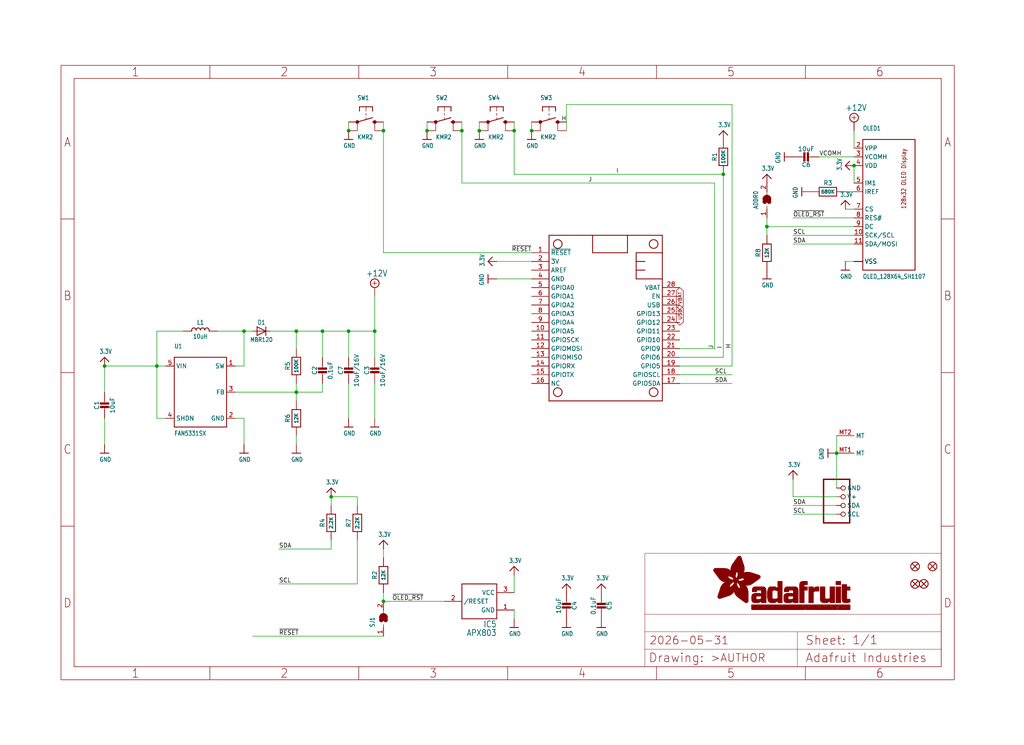
<source format=kicad_sch>
(kicad_sch (version 20230121) (generator eeschema)
  (paper "User" 298.45 217.17)
  (lib_symbols
    (symbol "Adafruit 128x64 OLED FeatherWing-eagle-import:+12V" (power)
      (property "Value" "+12V" (at -2.54 3.175 0))
      (symbol "+12V_1_0"
        (pin power_in line (at 0 -2.54 90) (length 2.54) (name "+12V") (number "1"))
      )
    )
    (symbol "Adafruit 128x64 OLED FeatherWing-eagle-import:3.3V" (power)
      (property "Value" "3.3V" (at -1.524 1.016 0))
      (symbol "3.3V_1_0"
        (pin power_in line (at 0 -2.54 90) (length 2.54) (name "3.3V") (number "1"))
      )
    )
    (symbol "Adafruit 128x64 OLED FeatherWing-eagle-import:AXP083-SAG"
      (property "Reference" "IC" (at -5.08 -7.62 0))
      (symbol "AXP083-SAG_1_0"
        (pin power_in line (at -10.16 -2.54 0) (length 5.08) (name "GND") (number "1"))
        (pin output line (at 10.16 0 180) (length 5.08) (name "/RESET") (number "2"))
        (pin power_in line (at -10.16 2.54 0) (length 5.08) (name "VCC") (number "3"))
      )
    )
    (symbol "Adafruit 128x64 OLED FeatherWing-eagle-import:CAP_CERAMIC0603_NO"
      (property "Reference" "C" (at -2.29 1.25 90))
      (symbol "CAP_CERAMIC0603_NO_1_0"
        (pin passive line (at 0 5.08 270) (length 2.54) (name "1") (number "1"))
        (pin passive line (at 0 -2.54 90) (length 2.54) (name "2") (number "2"))
      )
    )
    (symbol "Adafruit 128x64 OLED FeatherWing-eagle-import:CAP_CERAMIC0805-NOOUTLINE"
      (property "Reference" "C" (at -2.29 1.25 90))
      (symbol "CAP_CERAMIC0805-NOOUTLINE_1_0"
        (pin passive line (at 0 5.08 270) (length 2.54) (name "1") (number "1"))
        (pin passive line (at 0 -2.54 90) (length 2.54) (name "2") (number "2"))
      )
    )
    (symbol "Adafruit 128x64 OLED FeatherWing-eagle-import:DIODESOD-123"
      (property "Reference" "D" (at 0 2.54 0))
      (symbol "DIODESOD-123_1_0"
        (pin passive line (at -2.54 0 0) (length 2.54) (name "A") (number "A"))
        (pin passive line (at 2.54 0 180) (length 2.54) (name "C") (number "C"))
      )
    )
    (symbol "Adafruit 128x64 OLED FeatherWing-eagle-import:FEATHERWING_NODIM"
      (symbol "FEATHERWING_NODIM_1_0"
        (pin input line (at 5.08 -5.08 90) (length 5.08) (name "~{RESET}") (number "1"))
        (pin bidirectional line (at 27.94 -5.08 90) (length 5.08) (name "GPIOA5") (number "10"))
        (pin bidirectional line (at 30.48 -5.08 90) (length 5.08) (name "GPIOSCK") (number "11"))
        (pin bidirectional line (at 33.02 -5.08 90) (length 5.08) (name "GPIOMOSI") (number "12"))
        (pin bidirectional line (at 35.56 -5.08 90) (length 5.08) (name "GPIOMISO") (number "13"))
        (pin bidirectional line (at 38.1 -5.08 90) (length 5.08) (name "GPIORX") (number "14"))
        (pin bidirectional line (at 40.64 -5.08 90) (length 5.08) (name "GPIOTX") (number "15"))
        (pin passive line (at 43.18 -5.08 90) (length 5.08) (name "NC") (number "16"))
        (pin bidirectional line (at 43.18 38.1 270) (length 5.08) (name "GPIOSDA") (number "17"))
        (pin bidirectional line (at 40.64 38.1 270) (length 5.08) (name "GPIOSCL") (number "18"))
        (pin bidirectional line (at 38.1 38.1 270) (length 5.08) (name "GPIO5") (number "19"))
        (pin power_in line (at 7.62 -5.08 90) (length 5.08) (name "3V") (number "2"))
        (pin bidirectional line (at 35.56 38.1 270) (length 5.08) (name "GPIO6") (number "20"))
        (pin bidirectional line (at 33.02 38.1 270) (length 5.08) (name "GPIO9") (number "21"))
        (pin bidirectional line (at 30.48 38.1 270) (length 5.08) (name "GPIO10") (number "22"))
        (pin bidirectional line (at 27.94 38.1 270) (length 5.08) (name "GPIO11") (number "23"))
        (pin bidirectional line (at 25.4 38.1 270) (length 5.08) (name "GPIO12") (number "24"))
        (pin bidirectional line (at 22.86 38.1 270) (length 5.08) (name "GPIO13") (number "25"))
        (pin power_in line (at 20.32 38.1 270) (length 5.08) (name "USB") (number "26"))
        (pin passive line (at 17.78 38.1 270) (length 5.08) (name "EN") (number "27"))
        (pin power_in line (at 15.24 38.1 270) (length 5.08) (name "VBAT") (number "28"))
        (pin passive line (at 10.16 -5.08 90) (length 5.08) (name "AREF") (number "3"))
        (pin power_in line (at 12.7 -5.08 90) (length 5.08) (name "GND") (number "4"))
        (pin bidirectional line (at 15.24 -5.08 90) (length 5.08) (name "GPIOA0") (number "5"))
        (pin bidirectional line (at 17.78 -5.08 90) (length 5.08) (name "GPIOA1") (number "6"))
        (pin bidirectional line (at 20.32 -5.08 90) (length 5.08) (name "GPIOA2") (number "7"))
        (pin bidirectional line (at 22.86 -5.08 90) (length 5.08) (name "GPIOA3") (number "8"))
        (pin bidirectional line (at 25.4 -5.08 90) (length 5.08) (name "GPIOA4") (number "9"))
      )
    )
    (symbol "Adafruit 128x64 OLED FeatherWing-eagle-import:FIDUCIAL_1MM")
    (symbol "Adafruit 128x64 OLED FeatherWing-eagle-import:FRAME_A4_ADAFRUIT"
      (symbol "FRAME_A4_ADAFRUIT_1_0"
        (text "${#}/${##}" (at 230.505 10.16 0) (effects (font (size 2.54 2.54)) (justify left bottom)))
        (text "${CURRENT_DATE}" (at 171.45 10.16 0) (effects (font (size 2.286 2.286)) (justify left bottom)))
        (text "${PROJECTNAME}" (at 171.45 15.24 0) (effects (font (size 2.54 2.54)) (justify left bottom)))
        (text "1" (at 21.6958 1.905 0) (effects (font (size 2.54 2.286))))
        (text "1" (at 21.6958 177.165 0) (effects (font (size 2.54 2.286))))
        (text "2" (at 65.0875 1.905 0) (effects (font (size 2.54 2.286))))
        (text "2" (at 65.0875 177.165 0) (effects (font (size 2.54 2.286))))
        (text "3" (at 108.4792 1.905 0) (effects (font (size 2.54 2.286))))
        (text "3" (at 108.4792 177.165 0) (effects (font (size 2.54 2.286))))
        (text "4" (at 151.8708 1.905 0) (effects (font (size 2.54 2.286))))
        (text "4" (at 151.8708 177.165 0) (effects (font (size 2.54 2.286))))
        (text "5" (at 195.2625 1.905 0) (effects (font (size 2.54 2.286))))
        (text "5" (at 195.2625 177.165 0) (effects (font (size 2.54 2.286))))
        (text "6" (at 238.6542 1.905 0) (effects (font (size 2.54 2.286))))
        (text "6" (at 238.6542 177.165 0) (effects (font (size 2.54 2.286))))
        (text ">AUTHOR" (at 189.23 5.08 0) (effects (font (size 2.286 2.286)) (justify left bottom)))
        (text "A" (at 1.905 156.6863 0) (effects (font (size 2.54 2.286))))
        (text "A" (at 258.445 156.6863 0) (effects (font (size 2.54 2.286))))
        (text "Adafruit Industries" (at 216.916 4.953 0) (effects (font (size 2.54 2.54)) (justify left bottom)))
        (text "B" (at 1.905 111.9188 0) (effects (font (size 2.54 2.286))))
        (text "B" (at 258.445 111.9188 0) (effects (font (size 2.54 2.286))))
        (text "C" (at 1.905 67.1513 0) (effects (font (size 2.54 2.286))))
        (text "C" (at 258.445 67.1513 0) (effects (font (size 2.54 2.286))))
        (text "D" (at 1.905 22.3838 0) (effects (font (size 2.54 2.286))))
        (text "D" (at 258.445 22.3838 0) (effects (font (size 2.54 2.286))))
        (text "Drawing:" (at 171.196 4.953 0) (effects (font (size 2.54 2.54)) (justify left bottom)))
        (text "Sheet:" (at 216.916 10.033 0) (effects (font (size 2.54 2.54)) (justify left bottom)))
      )
    )
    (symbol "Adafruit 128x64 OLED FeatherWing-eagle-import:GND" (power)
      (property "Value" "GND" (at -1.524 -2.54 0))
      (symbol "GND_1_0"
        (pin power_in line (at 0 2.54 270) (length 2.54) (name "GND") (number "1"))
      )
    )
    (symbol "Adafruit 128x64 OLED FeatherWing-eagle-import:INDUCTOR"
      (property "Reference" "L" (at 0 2.54 0))
      (symbol "INDUCTOR_1_0"
        (pin passive line (at -5.08 0 0) (length 2.54) (name "1") (number "P$1"))
        (pin passive line (at 5.08 0 180) (length 2.54) (name "2") (number "P$2"))
      )
    )
    (symbol "Adafruit 128x64 OLED FeatherWing-eagle-import:OLED_128X64_SH1107"
      (property "Reference" "OLED" (at -7.62 22.86 0))
      (symbol "OLED_128X64_SH1107_1_0"
        (text "128x32 OLED Display" (at 5.08 0 900) (effects (font (size 1.27 1.0795)) (justify left bottom)))
        (pin power_in line (at -10.16 -15.24 0) (length 2.54) (name "VSS") (number "1"))
        (pin input line (at -10.16 -7.62 0) (length 2.54) (name "SCK/SCL") (number "10"))
        (pin input line (at -10.16 -10.16 0) (length 2.54) (name "SDA/MOSI") (number "11"))
        (pin power_in line (at -10.16 -15.24 0) (length 2.54) (name "VSS") (number "12"))
        (pin power_in line (at -10.16 -15.24 0) (length 2.54) (name "VSS") (number "13"))
        (pin power_in line (at -10.16 17.78 0) (length 2.54) (name "VPP") (number "2"))
        (pin power_in line (at -10.16 15.24 0) (length 2.54) (name "VCOMH") (number "3"))
        (pin power_in line (at -10.16 12.7 0) (length 2.54) (name "VDD") (number "4"))
        (pin input line (at -10.16 7.62 0) (length 2.54) (name "IM1") (number "5"))
        (pin bidirectional line (at -10.16 5.08 0) (length 2.54) (name "IREF") (number "6"))
        (pin input line (at -10.16 0 0) (length 2.54) (name "CS") (number "7"))
        (pin input line (at -10.16 -2.54 0) (length 2.54) (name "RES#") (number "8"))
        (pin input line (at -10.16 -5.08 0) (length 2.54) (name "DC") (number "9"))
      )
    )
    (symbol "Adafruit 128x64 OLED FeatherWing-eagle-import:RESISTOR_0603_NOOUT"
      (property "Reference" "R" (at 0 2.54 0))
      (symbol "RESISTOR_0603_NOOUT_1_0"
        (pin passive line (at -5.08 0 0) (length 2.54) (name "1") (number "1"))
        (pin passive line (at 5.08 0 180) (length 2.54) (name "2") (number "2"))
      )
    )
    (symbol "Adafruit 128x64 OLED FeatherWing-eagle-import:SOLDERJUMPER"
      (property "Reference" "SJ" (at -2.54 2.54 0))
      (symbol "SOLDERJUMPER_1_0"
        (pin passive line (at -5.08 0 0) (length 2.54) (name "1") (number "1"))
        (pin passive line (at 5.08 0 180) (length 2.54) (name "2") (number "2"))
      )
    )
    (symbol "Adafruit 128x64 OLED FeatherWing-eagle-import:SOLDERJUMPERCLOSED"
      (property "Reference" "SJ" (at -2.54 2.54 0))
      (symbol "SOLDERJUMPERCLOSED_1_0"
        (pin passive line (at -5.08 0 0) (length 2.54) (name "1") (number "1"))
        (pin passive line (at 5.08 0 180) (length 2.54) (name "2") (number "2"))
      )
    )
    (symbol "Adafruit 128x64 OLED FeatherWing-eagle-import:STEMMA_I2C_QT"
      (symbol "STEMMA_I2C_QT_1_0"
        (pin passive inverted (at 0 5.08 0) (length 2.54) (name "GND") (number "1"))
        (pin passive inverted (at 0 2.54 0) (length 2.54) (name "V+") (number "2"))
        (pin passive inverted (at 0 0 0) (length 2.54) (name "SDA") (number "3"))
        (pin passive inverted (at 0 -2.54 0) (length 2.54) (name "SCL") (number "4"))
      )
      (symbol "STEMMA_I2C_QT_2_0"
        (pin bidirectional line (at 0 0 0) (length 5.08) (name "MT") (number "MT1"))
      )
      (symbol "STEMMA_I2C_QT_3_0"
        (pin bidirectional line (at 0 0 0) (length 5.08) (name "MT") (number "MT2"))
      )
    )
    (symbol "Adafruit 128x64 OLED FeatherWing-eagle-import:SWITCH_TACT_SMT4.6X2.8"
      (property "Reference" "SW" (at -2.54 6.35 0))
      (symbol "SWITCH_TACT_SMT4.6X2.8_1_0"
        (pin passive line (at -5.08 0 0) (length 2.54) (name "P") (number "A"))
        (pin passive line (at -5.08 -2.54 0) (length 2.54) (name "P1") (number "A'"))
        (pin passive line (at 5.08 0 180) (length 2.54) (name "S") (number "B"))
        (pin passive line (at 5.08 -2.54 180) (length 2.54) (name "S1") (number "B'"))
      )
    )
    (symbol "Adafruit 128x64 OLED FeatherWing-eagle-import:VREG_FAN5331"
      (property "Reference" "U" (at -7.62 12.7 0))
      (symbol "VREG_FAN5331_1_0"
        (pin bidirectional line (at 10.16 7.62 180) (length 2.54) (name "SW") (number "1"))
        (pin bidirectional line (at 10.16 -7.62 180) (length 2.54) (name "GND") (number "2"))
        (pin bidirectional line (at 10.16 0 180) (length 2.54) (name "FB") (number "3"))
        (pin bidirectional line (at -10.16 -7.62 0) (length 2.54) (name "SHDN") (number "4"))
        (pin bidirectional line (at -10.16 7.62 0) (length 2.54) (name "VIN") (number "5"))
      )
    )
  )
  (junction (at 101.6 96.52))
  (junction (at 111.76 175.26))
  (junction (at 71.12 96.52))
  (junction (at 134.62 38.1))
  (junction (at 124.46 38.1))
  (junction (at 154.94 38.1))
  (junction (at 149.86 38.1))
  (junction (at 223.52 66.04))
  (junction (at 86.36 96.52))
  (junction (at 93.98 96.52))
  (junction (at 248.92 48.26))
  (junction (at 101.6 38.1))
  (junction (at 86.36 114.3))
  (junction (at 210.82 50.8))
  (junction (at 109.22 96.52))
  (junction (at 139.7 38.1))
  (junction (at 45.72 106.68))
  (junction (at 96.52 144.78))
  (junction (at 30.48 106.68))
  (junction (at 111.76 38.1))
  (junction (at 243.84 132.08))
  (wire (pts (xy 86.36 96.52) (xy 86.36 101.6)) (stroke (width 0.1524)))
  (wire (pts (xy 198.12 111.76) (xy 213.36 111.76)) (stroke (width 0.1524)))
  (wire (pts (xy 45.72 96.52) (xy 53.34 96.52)) (stroke (width 0.1524)))
  (wire (pts (xy 93.98 104.14) (xy 93.98 96.52)) (stroke (width 0.1524)))
  (wire (pts (xy 231.14 68.58) (xy 248.92 68.58)) (stroke (width 0.1524)))
  (wire (pts (xy 45.72 106.68) (xy 45.72 96.52)) (stroke (width 0.1524)))
  (wire (pts (xy 238.76 45.72) (xy 248.92 45.72)) (stroke (width 0.1524)))
  (wire (pts (xy 198.12 109.22) (xy 213.36 109.22)) (stroke (width 0.1524)))
  (wire (pts (xy 248.92 38.1) (xy 248.92 43.18)) (stroke (width 0.1524)))
  (wire (pts (xy 243.84 132.08) (xy 243.84 142.24)) (stroke (width 0.1524)))
  (wire (pts (xy 45.72 121.92) (xy 45.72 106.68)) (stroke (width 0.1524)))
  (wire (pts (xy 111.76 35.56) (xy 111.76 38.1)) (stroke (width 0.1524)))
  (wire (pts (xy 223.52 66.04) (xy 248.92 66.04)) (stroke (width 0.1524)))
  (wire (pts (xy 93.98 114.3) (xy 93.98 111.76)) (stroke (width 0.1524)))
  (wire (pts (xy 134.62 53.34) (xy 208.28 53.34)) (stroke (width 0.1524)))
  (wire (pts (xy 101.6 96.52) (xy 109.22 96.52)) (stroke (width 0.1524)))
  (wire (pts (xy 109.22 96.52) (xy 109.22 86.36)) (stroke (width 0.1524)))
  (wire (pts (xy 154.94 35.56) (xy 154.94 38.1)) (stroke (width 0.1524)))
  (wire (pts (xy 144.78 76.2) (xy 154.94 76.2)) (stroke (width 0.1524)))
  (wire (pts (xy 165.1 30.48) (xy 165.1 38.1)) (stroke (width 0.1524)))
  (wire (pts (xy 96.52 160.02) (xy 81.28 160.02)) (stroke (width 0.1524)))
  (wire (pts (xy 86.36 114.3) (xy 86.36 111.76)) (stroke (width 0.1524)))
  (wire (pts (xy 111.76 38.1) (xy 111.76 73.66)) (stroke (width 0.1524)))
  (wire (pts (xy 63.5 96.52) (xy 71.12 96.52)) (stroke (width 0.1524)))
  (wire (pts (xy 231.14 63.5) (xy 248.92 63.5)) (stroke (width 0.1524)))
  (wire (pts (xy 210.82 50.8) (xy 210.82 104.14)) (stroke (width 0.1524)))
  (wire (pts (xy 248.92 71.12) (xy 231.14 71.12)) (stroke (width 0.1524)))
  (wire (pts (xy 93.98 96.52) (xy 101.6 96.52)) (stroke (width 0.1524)))
  (wire (pts (xy 139.7 35.56) (xy 139.7 38.1)) (stroke (width 0.1524)))
  (wire (pts (xy 198.12 104.14) (xy 210.82 104.14)) (stroke (width 0.1524)))
  (wire (pts (xy 71.12 106.68) (xy 68.58 106.68)) (stroke (width 0.1524)))
  (wire (pts (xy 68.58 114.3) (xy 86.36 114.3)) (stroke (width 0.1524)))
  (wire (pts (xy 246.38 76.2) (xy 248.92 76.2)) (stroke (width 0.1524)))
  (wire (pts (xy 213.36 30.48) (xy 213.36 106.68)) (stroke (width 0.1524)))
  (wire (pts (xy 149.86 50.8) (xy 210.82 50.8)) (stroke (width 0.1524)))
  (wire (pts (xy 109.22 96.52) (xy 109.22 104.14)) (stroke (width 0.1524)))
  (wire (pts (xy 198.12 106.68) (xy 213.36 106.68)) (stroke (width 0.1524)))
  (wire (pts (xy 198.12 101.6) (xy 208.28 101.6)) (stroke (width 0.1524)))
  (wire (pts (xy 111.76 73.66) (xy 154.94 73.66)) (stroke (width 0.1524)))
  (wire (pts (xy 104.14 157.48) (xy 104.14 170.18)) (stroke (width 0.1524)))
  (wire (pts (xy 246.38 55.88) (xy 248.92 55.88)) (stroke (width 0.1524)))
  (wire (pts (xy 243.84 144.78) (xy 231.14 144.78)) (stroke (width 0.1524)))
  (wire (pts (xy 30.48 106.68) (xy 30.48 114.3)) (stroke (width 0.1524)))
  (wire (pts (xy 71.12 96.52) (xy 71.12 106.68)) (stroke (width 0.1524)))
  (wire (pts (xy 104.14 147.32) (xy 104.14 144.78)) (stroke (width 0.1524)))
  (wire (pts (xy 231.14 149.86) (xy 243.84 149.86)) (stroke (width 0.1524)))
  (wire (pts (xy 223.52 63.5) (xy 223.52 66.04)) (stroke (width 0.1524)))
  (wire (pts (xy 124.46 35.56) (xy 124.46 38.1)) (stroke (width 0.1524)))
  (wire (pts (xy 208.28 53.34) (xy 208.28 101.6)) (stroke (width 0.1524)))
  (wire (pts (xy 165.1 30.48) (xy 213.36 30.48)) (stroke (width 0.1524)))
  (wire (pts (xy 71.12 121.92) (xy 71.12 129.54)) (stroke (width 0.1524)))
  (wire (pts (xy 101.6 121.92) (xy 101.6 111.76)) (stroke (width 0.1524)))
  (wire (pts (xy 109.22 111.76) (xy 109.22 121.92)) (stroke (width 0.1524)))
  (wire (pts (xy 111.76 185.42) (xy 73.66 185.42)) (stroke (width 0.1524)))
  (wire (pts (xy 71.12 96.52) (xy 73.66 96.52)) (stroke (width 0.1524)))
  (wire (pts (xy 149.86 177.8) (xy 149.86 180.34)) (stroke (width 0.1524)))
  (wire (pts (xy 231.14 144.78) (xy 231.14 139.7)) (stroke (width 0.1524)))
  (wire (pts (xy 101.6 96.52) (xy 101.6 104.14)) (stroke (width 0.1524)))
  (wire (pts (xy 243.84 127) (xy 243.84 132.08)) (stroke (width 0.1524)))
  (wire (pts (xy 30.48 121.92) (xy 30.48 129.54)) (stroke (width 0.1524)))
  (wire (pts (xy 86.36 127) (xy 86.36 129.54)) (stroke (width 0.1524)))
  (wire (pts (xy 149.86 35.56) (xy 149.86 38.1)) (stroke (width 0.1524)))
  (wire (pts (xy 149.86 38.1) (xy 149.86 50.8)) (stroke (width 0.1524)))
  (wire (pts (xy 86.36 116.84) (xy 86.36 114.3)) (stroke (width 0.1524)))
  (wire (pts (xy 45.72 106.68) (xy 30.48 106.68)) (stroke (width 0.1524)))
  (wire (pts (xy 111.76 162.56) (xy 111.76 160.02)) (stroke (width 0.1524)))
  (wire (pts (xy 111.76 175.26) (xy 111.76 172.72)) (stroke (width 0.1524)))
  (wire (pts (xy 129.54 175.26) (xy 111.76 175.26)) (stroke (width 0.1524)))
  (wire (pts (xy 86.36 114.3) (xy 93.98 114.3)) (stroke (width 0.1524)))
  (wire (pts (xy 48.26 121.92) (xy 45.72 121.92)) (stroke (width 0.1524)))
  (wire (pts (xy 68.58 121.92) (xy 71.12 121.92)) (stroke (width 0.1524)))
  (wire (pts (xy 78.74 96.52) (xy 86.36 96.52)) (stroke (width 0.1524)))
  (wire (pts (xy 149.86 172.72) (xy 149.86 167.64)) (stroke (width 0.1524)))
  (wire (pts (xy 144.78 81.28) (xy 154.94 81.28)) (stroke (width 0.1524)))
  (wire (pts (xy 104.14 170.18) (xy 81.28 170.18)) (stroke (width 0.1524)))
  (wire (pts (xy 246.38 60.96) (xy 248.92 60.96)) (stroke (width 0.1524)))
  (wire (pts (xy 86.36 96.52) (xy 93.98 96.52)) (stroke (width 0.1524)))
  (wire (pts (xy 223.52 66.04) (xy 223.52 68.58)) (stroke (width 0.1524)))
  (wire (pts (xy 104.14 144.78) (xy 96.52 144.78)) (stroke (width 0.1524)))
  (wire (pts (xy 48.26 106.68) (xy 45.72 106.68)) (stroke (width 0.1524)))
  (wire (pts (xy 96.52 147.32) (xy 96.52 144.78)) (stroke (width 0.1524)))
  (wire (pts (xy 134.62 35.56) (xy 134.62 38.1)) (stroke (width 0.1524)))
  (wire (pts (xy 134.62 38.1) (xy 134.62 53.34)) (stroke (width 0.1524)))
  (wire (pts (xy 248.92 48.26) (xy 248.92 53.34)) (stroke (width 0.1524)))
  (wire (pts (xy 243.84 147.32) (xy 231.14 147.32)) (stroke (width 0.1524)))
  (wire (pts (xy 101.6 35.56) (xy 101.6 38.1)) (stroke (width 0.1524)))
  (wire (pts (xy 96.52 160.02) (xy 96.52 157.48)) (stroke (width 0.1524)))
  (label "SDA" (at 231.14 71.12 0) (effects (font (size 1.2446 1.2446))))
  (label "H" (at 213.36 101.6 90) (effects (font (size 1.2446 1.2446))))
  (label "SDA" (at 208.28 111.76 0) (effects (font (size 1.2446 1.2446))))
  (label "J" (at 208.28 101.6 90) (effects (font (size 1.2446 1.2446))))
  (label "I" (at 210.82 101.6 90) (effects (font (size 1.2446 1.2446))))
  (label "SCL" (at 231.14 149.86 0) (effects (font (size 1.2446 1.2446))))
  (label "J" (at 171.45 53.34 0) (effects (font (size 1.2446 1.2446))))
  (label "VCOMH" (at 238.76 45.72 0) (effects (font (size 1.2446 1.2446))))
  (label "I" (at 180.34 50.8 180) (effects (font (size 1.2446 1.2446))))
  (label "SCL" (at 231.14 68.58 0) (effects (font (size 1.2446 1.2446))))
  (label "SCL" (at 81.28 170.18 0) (effects (font (size 1.2446 1.2446))))
  (label "~{OLED_RST}" (at 231.14 63.5 0) (effects (font (size 1.2446 1.2446))))
  (label "SCL" (at 208.28 109.22 0) (effects (font (size 1.2446 1.2446))))
  (label "SDA" (at 81.28 160.02 0) (effects (font (size 1.2446 1.2446))))
  (label "~{OLED_RST}" (at 114.3 175.26 0) (effects (font (size 1.2446 1.2446))))
  (label "~{RESET}" (at 154.94 73.66 180) (effects (font (size 1.2446 1.2446))))
  (label "SDA" (at 231.14 147.32 0) (effects (font (size 1.2446 1.2446))))
  (label "~{RESET}" (at 81.28 185.42 0) (effects (font (size 1.2446 1.2446))))
  (label "H" (at 165.1 35.56 180) (effects (font (size 1.2446 1.2446))))
  (global_label "USB" (shape bidirectional) (at 198.12 88.9 270) (effects (font (size 1.016 1.016))) (property "Intersheetrefs" "${INTERSHEET_REFS}" (effects hide)))
  (global_label "VBAT" (shape bidirectional) (at 198.12 83.82 270) (effects (font (size 1.016 1.016))) (property "Intersheetrefs" "${INTERSHEET_REFS}" (effects hide)))
  (symbol (lib_id "Adafruit 128x64 OLED FeatherWing-eagle-import:3.3V") (at 246.38 58.42 0) (unit 1)
    (property "Reference" "#U$2" (effects hide))
    (property "Value" "3.3V" (at 244.856 57.404 0) (effects (font (size 1.27 1.0795)) (justify left bottom)))
  )
  (symbol (lib_id "Adafruit 128x64 OLED FeatherWing-eagle-import:VREG_FAN5331") (at 58.42 114.3 0) (unit 1)
    (property "Reference" "U1" (at 50.8 101.6 0) (effects (font (size 1.27 1.0795)) (justify left bottom)))
    (property "Value" "FAN5331SX" (at 50.8 127 0) (effects (font (size 1.27 1.0795)) (justify left bottom)))
    (property "Footprint" "Adafruit 128x64 OLED FeatherWing:SOT23-5" (effects hide))
  )
  (symbol (lib_id "Adafruit 128x64 OLED FeatherWing-eagle-import:RESISTOR_0603_NOOUT") (at 96.52 152.4 90) (unit 1)
    (property "Reference" "R4" (at 93.98 152.4 0))
    (property "Value" "2.2K" (at 96.52 152.4 0) (effects (font (size 1.016 1.016) bold)))
    (property "Footprint" "Adafruit 128x64 OLED FeatherWing:0603-NO" (effects hide))
  )
  (symbol (lib_id "Adafruit 128x64 OLED FeatherWing-eagle-import:GND") (at 228.6 45.72 270) (unit 1)
    (property "Reference" "#U$20" (effects hide))
    (property "Value" "GND" (at 226.06 44.196 0) (effects (font (size 1.27 1.0795)) (justify left bottom)))
  )
  (symbol (lib_id "Adafruit 128x64 OLED FeatherWing-eagle-import:RESISTOR_0603_NOOUT") (at 111.76 167.64 90) (unit 1)
    (property "Reference" "R2" (at 109.22 167.64 0))
    (property "Value" "12K" (at 111.76 167.64 0) (effects (font (size 1.016 1.016) bold)))
    (property "Footprint" "Adafruit 128x64 OLED FeatherWing:0603-NO" (effects hide))
  )
  (symbol (lib_id "Adafruit 128x64 OLED FeatherWing-eagle-import:RESISTOR_0603_NOOUT") (at 104.14 152.4 90) (unit 1)
    (property "Reference" "R7" (at 101.6 152.4 0))
    (property "Value" "2.2K" (at 104.14 152.4 0) (effects (font (size 1.016 1.016) bold)))
    (property "Footprint" "Adafruit 128x64 OLED FeatherWing:0603-NO" (effects hide))
  )
  (symbol (lib_id "Adafruit 128x64 OLED FeatherWing-eagle-import:+12V") (at 248.92 35.56 0) (unit 1)
    (property "Reference" "#SUPPLY1" (effects hide))
    (property "Value" "+12V" (at 246.38 32.385 0) (effects (font (size 1.778 1.5113)) (justify left bottom)))
  )
  (symbol (lib_id "Adafruit 128x64 OLED FeatherWing-eagle-import:RESISTOR_0603_NOOUT") (at 86.36 106.68 90) (unit 1)
    (property "Reference" "R5" (at 83.82 106.68 0))
    (property "Value" "100K" (at 86.36 106.68 0) (effects (font (size 1.016 1.016) bold)))
    (property "Footprint" "Adafruit 128x64 OLED FeatherWing:0603-NO" (effects hide))
  )
  (symbol (lib_id "Adafruit 128x64 OLED FeatherWing-eagle-import:GND") (at 142.24 81.28 270) (unit 1)
    (property "Reference" "#U$7" (effects hide))
    (property "Value" "GND" (at 139.7 79.756 0) (effects (font (size 1.27 1.0795)) (justify left bottom)))
  )
  (symbol (lib_id "Adafruit 128x64 OLED FeatherWing-eagle-import:CAP_CERAMIC0805-NOOUTLINE") (at 236.22 45.72 90) (unit 1)
    (property "Reference" "C6" (at 234.97 48.01 90))
    (property "Value" "10uF" (at 234.97 43.42 90))
    (property "Footprint" "Adafruit 128x64 OLED FeatherWing:0805-NO" (effects hide))
  )
  (symbol (lib_id "Adafruit 128x64 OLED FeatherWing-eagle-import:CAP_CERAMIC0805-NOOUTLINE") (at 30.48 119.38 0) (unit 1)
    (property "Reference" "C1" (at 28.19 118.13 90))
    (property "Value" "10uF" (at 32.78 118.13 90))
    (property "Footprint" "Adafruit 128x64 OLED FeatherWing:0805-NO" (effects hide))
  )
  (symbol (lib_id "Adafruit 128x64 OLED FeatherWing-eagle-import:GND") (at 86.36 132.08 0) (unit 1)
    (property "Reference" "#U$5" (effects hide))
    (property "Value" "GND" (at 84.836 134.62 0) (effects (font (size 1.27 1.0795)) (justify left bottom)))
  )
  (symbol (lib_id "Adafruit 128x64 OLED FeatherWing-eagle-import:GND") (at 139.7 40.64 0) (unit 1)
    (property "Reference" "#U$11" (effects hide))
    (property "Value" "GND" (at 138.176 43.18 0) (effects (font (size 1.27 1.0795)) (justify left bottom)))
  )
  (symbol (lib_id "Adafruit 128x64 OLED FeatherWing-eagle-import:GND") (at 246.38 78.74 0) (unit 1)
    (property "Reference" "#U$18" (effects hide))
    (property "Value" "GND" (at 244.856 81.28 0) (effects (font (size 1.27 1.0795)) (justify left bottom)))
  )
  (symbol (lib_id "Adafruit 128x64 OLED FeatherWing-eagle-import:GND") (at 175.26 182.88 0) (unit 1)
    (property "Reference" "#U$34" (effects hide))
    (property "Value" "GND" (at 173.736 185.42 0) (effects (font (size 1.27 1.0795)) (justify left bottom)))
  )
  (symbol (lib_id "Adafruit 128x64 OLED FeatherWing-eagle-import:FIDUCIAL_1MM") (at 266.7 165.1 0) (unit 1)
    (property "Reference" "FID2" (effects hide))
    (property "Value" "FIDUCIAL_1MM" (effects hide))
    (property "Footprint" "Adafruit 128x64 OLED FeatherWing:FIDUCIAL_1MM" (effects hide))
  )
  (symbol (lib_id "Adafruit 128x64 OLED FeatherWing-eagle-import:GND") (at 109.22 124.46 0) (unit 1)
    (property "Reference" "#U$26" (effects hide))
    (property "Value" "GND" (at 107.696 127 0) (effects (font (size 1.27 1.0795)) (justify left bottom)))
  )
  (symbol (lib_id "Adafruit 128x64 OLED FeatherWing-eagle-import:3.3V") (at 175.26 170.18 0) (unit 1)
    (property "Reference" "#U$33" (effects hide))
    (property "Value" "3.3V" (at 173.736 169.164 0) (effects (font (size 1.27 1.0795)) (justify left bottom)))
  )
  (symbol (lib_id "Adafruit 128x64 OLED FeatherWing-eagle-import:3.3V") (at 96.52 142.24 0) (unit 1)
    (property "Reference" "#U$13" (effects hide))
    (property "Value" "3.3V" (at 94.996 141.224 0) (effects (font (size 1.27 1.0795)) (justify left bottom)))
  )
  (symbol (lib_id "Adafruit 128x64 OLED FeatherWing-eagle-import:GND") (at 223.52 81.28 0) (unit 1)
    (property "Reference" "#U$32" (effects hide))
    (property "Value" "GND" (at 221.996 83.82 0) (effects (font (size 1.27 1.0795)) (justify left bottom)))
  )
  (symbol (lib_id "Adafruit 128x64 OLED FeatherWing-eagle-import:FRAME_A4_ADAFRUIT") (at 17.78 198.12 0) (unit 1)
    (property "Reference" "#U$1" (effects hide))
    (property "Value" "FRAME_A4_ADAFRUIT" (effects hide))
  )
  (symbol (lib_id "Adafruit 128x64 OLED FeatherWing-eagle-import:GND") (at 165.1 182.88 0) (unit 1)
    (property "Reference" "#U$23" (effects hide))
    (property "Value" "GND" (at 163.576 185.42 0) (effects (font (size 1.27 1.0795)) (justify left bottom)))
  )
  (symbol (lib_id "Adafruit 128x64 OLED FeatherWing-eagle-import:SOLDERJUMPERCLOSED") (at 111.76 180.34 90) (unit 1)
    (property "Reference" "SJ1" (at 109.22 182.88 0) (effects (font (size 1.27 1.0795)) (justify left bottom)))
    (property "Value" "SOLDERJUMPERCLOSED" (effects hide))
    (property "Footprint" "Adafruit 128x64 OLED FeatherWing:SOLDERJUMPER_CLOSEDWIRE" (effects hide))
  )
  (symbol (lib_id "Adafruit 128x64 OLED FeatherWing-eagle-import:STEMMA_I2C_QT") (at 243.84 127 0) (unit 3)
    (property "Reference" "CONN1" (effects hide))
    (property "Value" "STEMMA_I2C_QT" (effects hide))
    (property "Footprint" "Adafruit 128x64 OLED FeatherWing:JST_SH4" (effects hide))
  )
  (symbol (lib_id "Adafruit 128x64 OLED FeatherWing-eagle-import:FEATHERWING_NODIM") (at 160.02 68.58 270) (unit 1)
    (property "Reference" "MS1" (effects hide))
    (property "Value" "FEATHERWING_NODIM" (effects hide))
    (property "Footprint" "Adafruit 128x64 OLED FeatherWing:FEATHERWING_NODIM" (effects hide))
  )
  (symbol (lib_id "Adafruit 128x64 OLED FeatherWing-eagle-import:FIDUCIAL_1MM") (at 266.7 170.18 0) (unit 1)
    (property "Reference" "FID3" (effects hide))
    (property "Value" "FIDUCIAL_1MM" (effects hide))
    (property "Footprint" "Adafruit 128x64 OLED FeatherWing:FIDUCIAL_1MM" (effects hide))
  )
  (symbol (lib_id "Adafruit 128x64 OLED FeatherWing-eagle-import:GND") (at 233.68 55.88 270) (unit 1)
    (property "Reference" "#U$19" (effects hide))
    (property "Value" "GND" (at 231.14 54.356 0) (effects (font (size 1.27 1.0795)) (justify left bottom)))
  )
  (symbol (lib_id "Adafruit 128x64 OLED FeatherWing-eagle-import:GND") (at 71.12 132.08 0) (unit 1)
    (property "Reference" "#U$25" (effects hide))
    (property "Value" "GND" (at 69.596 134.62 0) (effects (font (size 1.27 1.0795)) (justify left bottom)))
  )
  (symbol (lib_id "Adafruit 128x64 OLED FeatherWing-eagle-import:RESISTOR_0603_NOOUT") (at 210.82 45.72 90) (unit 1)
    (property "Reference" "R1" (at 208.28 45.72 0))
    (property "Value" "100K" (at 210.82 45.72 0) (effects (font (size 1.016 1.016) bold)))
    (property "Footprint" "Adafruit 128x64 OLED FeatherWing:0603-NO" (effects hide))
  )
  (symbol (lib_id "Adafruit 128x64 OLED FeatherWing-eagle-import:CAP_CERAMIC0603_NO") (at 93.98 109.22 0) (unit 1)
    (property "Reference" "C2" (at 91.69 107.97 90))
    (property "Value" "0.1uF" (at 96.28 107.97 90))
    (property "Footprint" "Adafruit 128x64 OLED FeatherWing:0603-NO" (effects hide))
  )
  (symbol (lib_id "Adafruit 128x64 OLED FeatherWing-eagle-import:3.3V") (at 142.24 76.2 90) (unit 1)
    (property "Reference" "#U$6" (effects hide))
    (property "Value" "3.3V" (at 141.224 77.724 0) (effects (font (size 1.27 1.0795)) (justify left bottom)))
  )
  (symbol (lib_id "Adafruit 128x64 OLED FeatherWing-eagle-import:3.3V") (at 30.48 104.14 0) (unit 1)
    (property "Reference" "#U$28" (effects hide))
    (property "Value" "3.3V" (at 28.956 103.124 0) (effects (font (size 1.27 1.0795)) (justify left bottom)))
  )
  (symbol (lib_id "Adafruit 128x64 OLED FeatherWing-eagle-import:INDUCTOR") (at 58.42 96.52 0) (unit 1)
    (property "Reference" "L1" (at 58.42 93.98 0) (effects (font (size 1.27 1.0795))))
    (property "Value" "10uH" (at 58.42 98.06 0) (effects (font (size 1.27 1.0795))))
    (property "Footprint" "Adafruit 128x64 OLED FeatherWing:INDUCTOR_1007" (effects hide))
  )
  (symbol (lib_id "Adafruit 128x64 OLED FeatherWing-eagle-import:DIODESOD-123") (at 76.2 96.52 0) (unit 1)
    (property "Reference" "D1" (at 76.2 93.98 0) (effects (font (size 1.27 1.0795))))
    (property "Value" "MBR120" (at 76.2 99.02 0) (effects (font (size 1.27 1.0795))))
    (property "Footprint" "Adafruit 128x64 OLED FeatherWing:SOD-123" (effects hide))
  )
  (symbol (lib_id "Adafruit 128x64 OLED FeatherWing-eagle-import:SWITCH_TACT_SMT4.6X2.8") (at 160.02 35.56 0) (unit 1)
    (property "Reference" "SW3" (at 157.48 29.21 0) (effects (font (size 1.27 1.0795)) (justify left bottom)))
    (property "Value" "KMR2" (at 157.48 40.64 0) (effects (font (size 1.27 1.0795)) (justify left bottom)))
    (property "Footprint" "Adafruit 128x64 OLED FeatherWing:BTN_KMR2_4.6X2.8" (effects hide))
  )
  (symbol (lib_id "Adafruit 128x64 OLED FeatherWing-eagle-import:GND") (at 30.48 132.08 0) (unit 1)
    (property "Reference" "#U$24" (effects hide))
    (property "Value" "GND" (at 28.956 134.62 0) (effects (font (size 1.27 1.0795)) (justify left bottom)))
  )
  (symbol (lib_id "Adafruit 128x64 OLED FeatherWing-eagle-import:CAP_CERAMIC0805-NOOUTLINE") (at 109.22 109.22 0) (unit 1)
    (property "Reference" "C3" (at 106.93 107.97 90))
    (property "Value" "10uF/16V" (at 111.52 107.97 90))
    (property "Footprint" "Adafruit 128x64 OLED FeatherWing:0805-NO" (effects hide))
  )
  (symbol (lib_id "Adafruit 128x64 OLED FeatherWing-eagle-import:SOLDERJUMPER") (at 223.52 58.42 90) (unit 1)
    (property "Reference" "ADDR0" (at 220.98 60.96 0) (effects (font (size 1.27 1.0795)) (justify left bottom)))
    (property "Value" "SOLDERJUMPER" (effects hide))
    (property "Footprint" "Adafruit 128x64 OLED FeatherWing:SOLDERJUMPER_ARROW_NOPASTE" (effects hide))
  )
  (symbol (lib_id "Adafruit 128x64 OLED FeatherWing-eagle-import:GND") (at 101.6 124.46 0) (unit 1)
    (property "Reference" "#U$27" (effects hide))
    (property "Value" "GND" (at 100.076 127 0) (effects (font (size 1.27 1.0795)) (justify left bottom)))
  )
  (symbol (lib_id "Adafruit 128x64 OLED FeatherWing-eagle-import:GND") (at 154.94 40.64 0) (unit 1)
    (property "Reference" "#U$12" (effects hide))
    (property "Value" "GND" (at 153.416 43.18 0) (effects (font (size 1.27 1.0795)) (justify left bottom)))
  )
  (symbol (lib_id "Adafruit 128x64 OLED FeatherWing-eagle-import:SWITCH_TACT_SMT4.6X2.8") (at 129.54 35.56 0) (unit 1)
    (property "Reference" "SW2" (at 127 29.21 0) (effects (font (size 1.27 1.0795)) (justify left bottom)))
    (property "Value" "KMR2" (at 127 40.64 0) (effects (font (size 1.27 1.0795)) (justify left bottom)))
    (property "Footprint" "Adafruit 128x64 OLED FeatherWing:BTN_KMR2_4.6X2.8" (effects hide))
  )
  (symbol (lib_id "Adafruit 128x64 OLED FeatherWing-eagle-import:GND") (at 124.46 40.64 0) (unit 1)
    (property "Reference" "#U$10" (effects hide))
    (property "Value" "GND" (at 122.936 43.18 0) (effects (font (size 1.27 1.0795)) (justify left bottom)))
  )
  (symbol (lib_id "Adafruit 128x64 OLED FeatherWing-eagle-import:GND") (at 149.86 182.88 0) (unit 1)
    (property "Reference" "#U$17" (effects hide))
    (property "Value" "GND" (at 148.336 185.42 0) (effects (font (size 1.27 1.0795)) (justify left bottom)))
  )
  (symbol (lib_id "Adafruit 128x64 OLED FeatherWing-eagle-import:RESISTOR_0603_NOOUT") (at 86.36 121.92 90) (unit 1)
    (property "Reference" "R6" (at 83.82 121.92 0))
    (property "Value" "12K" (at 86.36 121.92 0) (effects (font (size 1.016 1.016) bold)))
    (property "Footprint" "Adafruit 128x64 OLED FeatherWing:0603-NO" (effects hide))
  )
  (symbol (lib_id "Adafruit 128x64 OLED FeatherWing-eagle-import:CAP_CERAMIC0603_NO") (at 175.26 175.26 180) (unit 1)
    (property "Reference" "C5" (at 177.55 176.51 90))
    (property "Value" "0.1uF" (at 172.96 176.51 90))
    (property "Footprint" "Adafruit 128x64 OLED FeatherWing:0603-NO" (effects hide))
  )
  (symbol (lib_id "Adafruit 128x64 OLED FeatherWing-eagle-import:SWITCH_TACT_SMT4.6X2.8") (at 106.68 35.56 0) (unit 1)
    (property "Reference" "SW1" (at 104.14 29.21 0) (effects (font (size 1.27 1.0795)) (justify left bottom)))
    (property "Value" "KMR2" (at 104.14 40.64 0) (effects (font (size 1.27 1.0795)) (justify left bottom)))
    (property "Footprint" "Adafruit 128x64 OLED FeatherWing:BTN_KMR2_4.6X2.8" (effects hide))
  )
  (symbol (lib_id "Adafruit 128x64 OLED FeatherWing-eagle-import:3.3V") (at 111.76 157.48 0) (unit 1)
    (property "Reference" "#U$21" (effects hide))
    (property "Value" "3.3V" (at 110.236 156.464 0) (effects (font (size 1.27 1.0795)) (justify left bottom)))
  )
  (symbol (lib_id "Adafruit 128x64 OLED FeatherWing-eagle-import:3.3V") (at 165.1 170.18 0) (unit 1)
    (property "Reference" "#U$22" (effects hide))
    (property "Value" "3.3V" (at 163.576 169.164 0) (effects (font (size 1.27 1.0795)) (justify left bottom)))
  )
  (symbol (lib_id "Adafruit 128x64 OLED FeatherWing-eagle-import:CAP_CERAMIC0805-NOOUTLINE") (at 101.6 109.22 0) (unit 1)
    (property "Reference" "C7" (at 99.31 107.97 90))
    (property "Value" "10uF/16V" (at 103.9 107.97 90))
    (property "Footprint" "Adafruit 128x64 OLED FeatherWing:0805-NO" (effects hide))
  )
  (symbol (lib_id "Adafruit 128x64 OLED FeatherWing-eagle-import:RESISTOR_0603_NOOUT") (at 241.3 55.88 0) (unit 1)
    (property "Reference" "R3" (at 241.3 53.34 0))
    (property "Value" "680K" (at 241.3 55.88 0) (effects (font (size 1.016 1.016) bold)))
    (property "Footprint" "Adafruit 128x64 OLED FeatherWing:0603-NO" (effects hide))
  )
  (symbol (lib_id "Adafruit 128x64 OLED FeatherWing-eagle-import:OLED_128X64_SH1107") (at 259.08 60.96 0) (unit 1)
    (property "Reference" "OLED1" (at 251.46 38.1 0) (effects (font (size 1.27 1.0795)) (justify left bottom)))
    (property "Value" "OLED_128X64_SH1107" (at 251.46 81.28 0) (effects (font (size 1.27 1.0795)) (justify left bottom)))
    (property "Footprint" "Adafruit 128x64 OLED FeatherWing:QT1107P11A" (effects hide))
  )
  (symbol (lib_id "Adafruit 128x64 OLED FeatherWing-eagle-import:STEMMA_I2C_QT") (at 243.84 132.08 0) (unit 2)
    (property "Reference" "CONN1" (effects hide))
    (property "Value" "STEMMA_I2C_QT" (effects hide))
    (property "Footprint" "Adafruit 128x64 OLED FeatherWing:JST_SH4" (effects hide))
  )
  (symbol (lib_id "Adafruit 128x64 OLED FeatherWing-eagle-import:GND") (at 241.3 132.08 270) (unit 1)
    (property "Reference" "#U$29" (effects hide))
    (property "Value" "GND" (at 238.76 130.556 0) (effects (font (size 1.27 1.0795)) (justify left bottom)))
  )
  (symbol (lib_id "Adafruit 128x64 OLED FeatherWing-eagle-import:+12V") (at 109.22 83.82 0) (unit 1)
    (property "Reference" "#SUPPLY2" (effects hide))
    (property "Value" "+12V" (at 106.68 80.645 0) (effects (font (size 1.778 1.5113)) (justify left bottom)))
  )
  (symbol (lib_id "Adafruit 128x64 OLED FeatherWing-eagle-import:FIDUCIAL_1MM") (at 269.24 170.18 0) (unit 1)
    (property "Reference" "FID4" (effects hide))
    (property "Value" "FIDUCIAL_1MM" (effects hide))
    (property "Footprint" "Adafruit 128x64 OLED FeatherWing:FIDUCIAL_1MM" (effects hide))
  )
  (symbol (lib_id "Adafruit 128x64 OLED FeatherWing-eagle-import:3.3V") (at 231.14 137.16 0) (unit 1)
    (property "Reference" "#U$4" (effects hide))
    (property "Value" "3.3V" (at 229.616 136.144 0) (effects (font (size 1.27 1.0795)) (justify left bottom)))
  )
  (symbol (lib_id "Adafruit 128x64 OLED FeatherWing-eagle-import:3.3V") (at 246.38 48.26 90) (unit 1)
    (property "Reference" "#U$15" (effects hide))
    (property "Value" "3.3V" (at 245.364 49.784 0) (effects (font (size 1.27 1.0795)) (justify left bottom)))
  )
  (symbol (lib_id "Adafruit 128x64 OLED FeatherWing-eagle-import:3.3V") (at 149.86 165.1 0) (unit 1)
    (property "Reference" "#U$31" (effects hide))
    (property "Value" "3.3V" (at 148.336 164.084 0) (effects (font (size 1.27 1.0795)) (justify left bottom)))
  )
  (symbol (lib_id "Adafruit 128x64 OLED FeatherWing-eagle-import:FIDUCIAL_1MM") (at 271.78 165.1 0) (unit 1)
    (property "Reference" "FID1" (effects hide))
    (property "Value" "FIDUCIAL_1MM" (effects hide))
    (property "Footprint" "Adafruit 128x64 OLED FeatherWing:FIDUCIAL_1MM" (effects hide))
  )
  (symbol (lib_id "Adafruit 128x64 OLED FeatherWing-eagle-import:3.3V") (at 223.52 50.8 0) (unit 1)
    (property "Reference" "#U$30" (effects hide))
    (property "Value" "3.3V" (at 221.996 49.784 0) (effects (font (size 1.27 1.0795)) (justify left bottom)))
  )
  (symbol (lib_id "Adafruit 128x64 OLED FeatherWing-eagle-import:SWITCH_TACT_SMT4.6X2.8") (at 144.78 35.56 0) (unit 1)
    (property "Reference" "SW4" (at 142.24 29.21 0) (effects (font (size 1.27 1.0795)) (justify left bottom)))
    (property "Value" "KMR2" (at 142.24 40.64 0) (effects (font (size 1.27 1.0795)) (justify left bottom)))
    (property "Footprint" "Adafruit 128x64 OLED FeatherWing:BTN_KMR2_4.6X2.8" (effects hide))
  )
  (symbol (lib_id "Adafruit 128x64 OLED FeatherWing-eagle-import:CAP_CERAMIC0805-NOOUTLINE") (at 165.1 175.26 180) (unit 1)
    (property "Reference" "C4" (at 167.39 176.51 90))
    (property "Value" "10uF" (at 162.8 176.51 90))
    (property "Footprint" "Adafruit 128x64 OLED FeatherWing:0805-NO" (effects hide))
  )
  (symbol (lib_id "Adafruit 128x64 OLED FeatherWing-eagle-import:GND") (at 101.6 40.64 0) (unit 1)
    (property "Reference" "#U$9" (effects hide))
    (property "Value" "GND" (at 100.076 43.18 0) (effects (font (size 1.27 1.0795)) (justify left bottom)))
  )
  (symbol (lib_id "Adafruit 128x64 OLED FeatherWing-eagle-import:3.3V") (at 210.82 38.1 0) (unit 1)
    (property "Reference" "#U$3" (effects hide))
    (property "Value" "3.3V" (at 209.296 37.084 0) (effects (font (size 1.27 1.0795)) (justify left bottom)))
  )
  (symbol (lib_id "Adafruit 128x64 OLED FeatherWing-eagle-import:AXP083-SAG") (at 139.7 175.26 0) (mirror y) (unit 1)
    (property "Reference" "IC5" (at 144.78 182.88 0) (effects (font (size 1.778 1.5113)) (justify left bottom)))
    (property "Value" "APX803" (at 144.78 185.42 0) (effects (font (size 1.778 1.5113)) (justify left bottom)))
    (property "Footprint" "Adafruit 128x64 OLED FeatherWing:SOT23" (effects hide))
  )
  (symbol (lib_id "Adafruit 128x64 OLED FeatherWing-eagle-import:STEMMA_I2C_QT") (at 243.84 147.32 0) (unit 1)
    (property "Reference" "CONN1" (effects hide))
    (property "Value" "STEMMA_I2C_QT" (effects hide))
    (property "Footprint" "Adafruit 128x64 OLED FeatherWing:JST_SH4" (effects hide))
  )
  (symbol (lib_id "Adafruit 128x64 OLED FeatherWing-eagle-import:RESISTOR_0603_NOOUT") (at 223.52 73.66 90) (unit 1)
    (property "Reference" "R8" (at 220.98 73.66 0))
    (property "Value" "12K" (at 223.52 73.66 0) (effects (font (size 1.016 1.016) bold)))
    (property "Footprint" "Adafruit 128x64 OLED FeatherWing:0603-NO" (effects hide))
  )
)
</source>
